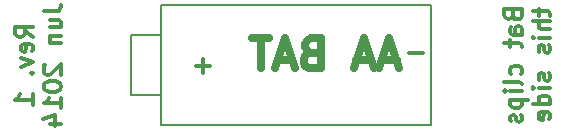
<source format=gbo>
G04 (created by PCBNEW (2013-07-07 BZR 4022)-stable) date 10/30/2014 10:02:59 AM*
%MOIN*%
G04 Gerber Fmt 3.4, Leading zero omitted, Abs format*
%FSLAX34Y34*%
G01*
G70*
G90*
G04 APERTURE LIST*
%ADD10C,0.00590551*%
%ADD11C,0.011811*%
%ADD12C,0.025*%
G04 APERTURE END LIST*
G54D10*
G54D11*
X65275Y-46085D02*
X65724Y-46085D01*
X58624Y-46514D02*
X58175Y-46514D01*
X58400Y-46739D02*
X58400Y-46289D01*
X68729Y-44826D02*
X68757Y-44911D01*
X68785Y-44939D01*
X68842Y-44967D01*
X68926Y-44967D01*
X68982Y-44939D01*
X69010Y-44911D01*
X69039Y-44854D01*
X69039Y-44629D01*
X68448Y-44629D01*
X68448Y-44826D01*
X68476Y-44883D01*
X68504Y-44911D01*
X68560Y-44939D01*
X68617Y-44939D01*
X68673Y-44911D01*
X68701Y-44883D01*
X68729Y-44826D01*
X68729Y-44629D01*
X69039Y-45473D02*
X68729Y-45473D01*
X68673Y-45445D01*
X68645Y-45389D01*
X68645Y-45276D01*
X68673Y-45220D01*
X69010Y-45473D02*
X69039Y-45417D01*
X69039Y-45276D01*
X69010Y-45220D01*
X68954Y-45192D01*
X68898Y-45192D01*
X68842Y-45220D01*
X68814Y-45276D01*
X68814Y-45417D01*
X68785Y-45473D01*
X68645Y-45670D02*
X68645Y-45895D01*
X68448Y-45754D02*
X68954Y-45754D01*
X69010Y-45782D01*
X69039Y-45839D01*
X69039Y-45895D01*
X69010Y-46795D02*
X69039Y-46739D01*
X69039Y-46626D01*
X69010Y-46570D01*
X68982Y-46542D01*
X68926Y-46514D01*
X68757Y-46514D01*
X68701Y-46542D01*
X68673Y-46570D01*
X68645Y-46626D01*
X68645Y-46739D01*
X68673Y-46795D01*
X69039Y-47132D02*
X69010Y-47076D01*
X68954Y-47048D01*
X68448Y-47048D01*
X69039Y-47357D02*
X68645Y-47357D01*
X68448Y-47357D02*
X68476Y-47329D01*
X68504Y-47357D01*
X68476Y-47385D01*
X68448Y-47357D01*
X68504Y-47357D01*
X68645Y-47638D02*
X69235Y-47638D01*
X68673Y-47638D02*
X68645Y-47695D01*
X68645Y-47807D01*
X68673Y-47863D01*
X68701Y-47892D01*
X68757Y-47920D01*
X68926Y-47920D01*
X68982Y-47892D01*
X69010Y-47863D01*
X69039Y-47807D01*
X69039Y-47695D01*
X69010Y-47638D01*
X69010Y-48145D02*
X69039Y-48201D01*
X69039Y-48313D01*
X69010Y-48370D01*
X68954Y-48398D01*
X68926Y-48398D01*
X68870Y-48370D01*
X68842Y-48313D01*
X68842Y-48229D01*
X68814Y-48173D01*
X68757Y-48145D01*
X68729Y-48145D01*
X68673Y-48173D01*
X68645Y-48229D01*
X68645Y-48313D01*
X68673Y-48370D01*
X69590Y-44615D02*
X69590Y-44840D01*
X69393Y-44700D02*
X69899Y-44700D01*
X69955Y-44728D01*
X69983Y-44784D01*
X69983Y-44840D01*
X69983Y-45037D02*
X69393Y-45037D01*
X69983Y-45290D02*
X69674Y-45290D01*
X69618Y-45262D01*
X69590Y-45206D01*
X69590Y-45122D01*
X69618Y-45065D01*
X69646Y-45037D01*
X69983Y-45571D02*
X69590Y-45571D01*
X69393Y-45571D02*
X69421Y-45543D01*
X69449Y-45571D01*
X69421Y-45600D01*
X69393Y-45571D01*
X69449Y-45571D01*
X69955Y-45825D02*
X69983Y-45881D01*
X69983Y-45993D01*
X69955Y-46050D01*
X69899Y-46078D01*
X69871Y-46078D01*
X69815Y-46050D01*
X69787Y-45993D01*
X69787Y-45909D01*
X69758Y-45853D01*
X69702Y-45825D01*
X69674Y-45825D01*
X69618Y-45853D01*
X69590Y-45909D01*
X69590Y-45993D01*
X69618Y-46050D01*
X69955Y-46753D02*
X69983Y-46809D01*
X69983Y-46921D01*
X69955Y-46978D01*
X69899Y-47006D01*
X69871Y-47006D01*
X69815Y-46978D01*
X69787Y-46921D01*
X69787Y-46837D01*
X69758Y-46781D01*
X69702Y-46753D01*
X69674Y-46753D01*
X69618Y-46781D01*
X69590Y-46837D01*
X69590Y-46921D01*
X69618Y-46978D01*
X69983Y-47259D02*
X69590Y-47259D01*
X69393Y-47259D02*
X69421Y-47231D01*
X69449Y-47259D01*
X69421Y-47287D01*
X69393Y-47259D01*
X69449Y-47259D01*
X69983Y-47793D02*
X69393Y-47793D01*
X69955Y-47793D02*
X69983Y-47737D01*
X69983Y-47624D01*
X69955Y-47568D01*
X69927Y-47540D01*
X69871Y-47512D01*
X69702Y-47512D01*
X69646Y-47540D01*
X69618Y-47568D01*
X69590Y-47624D01*
X69590Y-47737D01*
X69618Y-47793D01*
X69955Y-48299D02*
X69983Y-48243D01*
X69983Y-48131D01*
X69955Y-48074D01*
X69899Y-48046D01*
X69674Y-48046D01*
X69618Y-48074D01*
X69590Y-48131D01*
X69590Y-48243D01*
X69618Y-48299D01*
X69674Y-48327D01*
X69730Y-48327D01*
X69787Y-48046D01*
G54D12*
X64857Y-46319D02*
X64380Y-46319D01*
X64952Y-46604D02*
X64619Y-45604D01*
X64285Y-46604D01*
X63999Y-46319D02*
X63523Y-46319D01*
X64095Y-46604D02*
X63761Y-45604D01*
X63428Y-46604D01*
X61999Y-46080D02*
X61857Y-46128D01*
X61809Y-46176D01*
X61761Y-46271D01*
X61761Y-46414D01*
X61809Y-46509D01*
X61857Y-46557D01*
X61952Y-46604D01*
X62333Y-46604D01*
X62333Y-45604D01*
X61999Y-45604D01*
X61904Y-45652D01*
X61857Y-45700D01*
X61809Y-45795D01*
X61809Y-45890D01*
X61857Y-45985D01*
X61904Y-46033D01*
X61999Y-46080D01*
X62333Y-46080D01*
X61380Y-46319D02*
X60904Y-46319D01*
X61476Y-46604D02*
X61142Y-45604D01*
X60809Y-46604D01*
X60619Y-45604D02*
X60047Y-45604D01*
X60333Y-46604D02*
X60333Y-45604D01*
G54D11*
X52739Y-45557D02*
X52457Y-45361D01*
X52739Y-45220D02*
X52148Y-45220D01*
X52148Y-45445D01*
X52176Y-45501D01*
X52204Y-45529D01*
X52260Y-45557D01*
X52345Y-45557D01*
X52401Y-45529D01*
X52429Y-45501D01*
X52457Y-45445D01*
X52457Y-45220D01*
X52710Y-46035D02*
X52739Y-45979D01*
X52739Y-45867D01*
X52710Y-45811D01*
X52654Y-45782D01*
X52429Y-45782D01*
X52373Y-45811D01*
X52345Y-45867D01*
X52345Y-45979D01*
X52373Y-46035D01*
X52429Y-46064D01*
X52485Y-46064D01*
X52542Y-45782D01*
X52345Y-46260D02*
X52739Y-46401D01*
X52345Y-46542D01*
X52682Y-46767D02*
X52710Y-46795D01*
X52739Y-46767D01*
X52710Y-46739D01*
X52682Y-46767D01*
X52739Y-46767D01*
X52739Y-47807D02*
X52739Y-47470D01*
X52739Y-47638D02*
X52148Y-47638D01*
X52232Y-47582D01*
X52289Y-47526D01*
X52317Y-47470D01*
X53093Y-44700D02*
X53515Y-44700D01*
X53599Y-44672D01*
X53655Y-44615D01*
X53683Y-44531D01*
X53683Y-44475D01*
X53290Y-45234D02*
X53683Y-45234D01*
X53290Y-44981D02*
X53599Y-44981D01*
X53655Y-45009D01*
X53683Y-45065D01*
X53683Y-45150D01*
X53655Y-45206D01*
X53627Y-45234D01*
X53290Y-45515D02*
X53683Y-45515D01*
X53346Y-45515D02*
X53318Y-45543D01*
X53290Y-45600D01*
X53290Y-45684D01*
X53318Y-45740D01*
X53374Y-45768D01*
X53683Y-45768D01*
X53149Y-46471D02*
X53121Y-46500D01*
X53093Y-46556D01*
X53093Y-46696D01*
X53121Y-46753D01*
X53149Y-46781D01*
X53205Y-46809D01*
X53262Y-46809D01*
X53346Y-46781D01*
X53683Y-46443D01*
X53683Y-46809D01*
X53093Y-47174D02*
X53093Y-47231D01*
X53121Y-47287D01*
X53149Y-47315D01*
X53205Y-47343D01*
X53318Y-47371D01*
X53458Y-47371D01*
X53571Y-47343D01*
X53627Y-47315D01*
X53655Y-47287D01*
X53683Y-47231D01*
X53683Y-47174D01*
X53655Y-47118D01*
X53627Y-47090D01*
X53571Y-47062D01*
X53458Y-47034D01*
X53318Y-47034D01*
X53205Y-47062D01*
X53149Y-47090D01*
X53121Y-47118D01*
X53093Y-47174D01*
X53683Y-47934D02*
X53683Y-47596D01*
X53683Y-47765D02*
X53093Y-47765D01*
X53177Y-47709D01*
X53233Y-47652D01*
X53262Y-47596D01*
X53290Y-48440D02*
X53683Y-48440D01*
X53065Y-48299D02*
X53487Y-48159D01*
X53487Y-48524D01*
G54D10*
X57000Y-45500D02*
X56000Y-45500D01*
X56000Y-45500D02*
X56000Y-47500D01*
X56000Y-47500D02*
X57000Y-47500D01*
X57000Y-44500D02*
X57000Y-48500D01*
X57000Y-48500D02*
X66000Y-48500D01*
X66000Y-48500D02*
X66000Y-44500D01*
X66000Y-44500D02*
X57000Y-44500D01*
M02*

</source>
